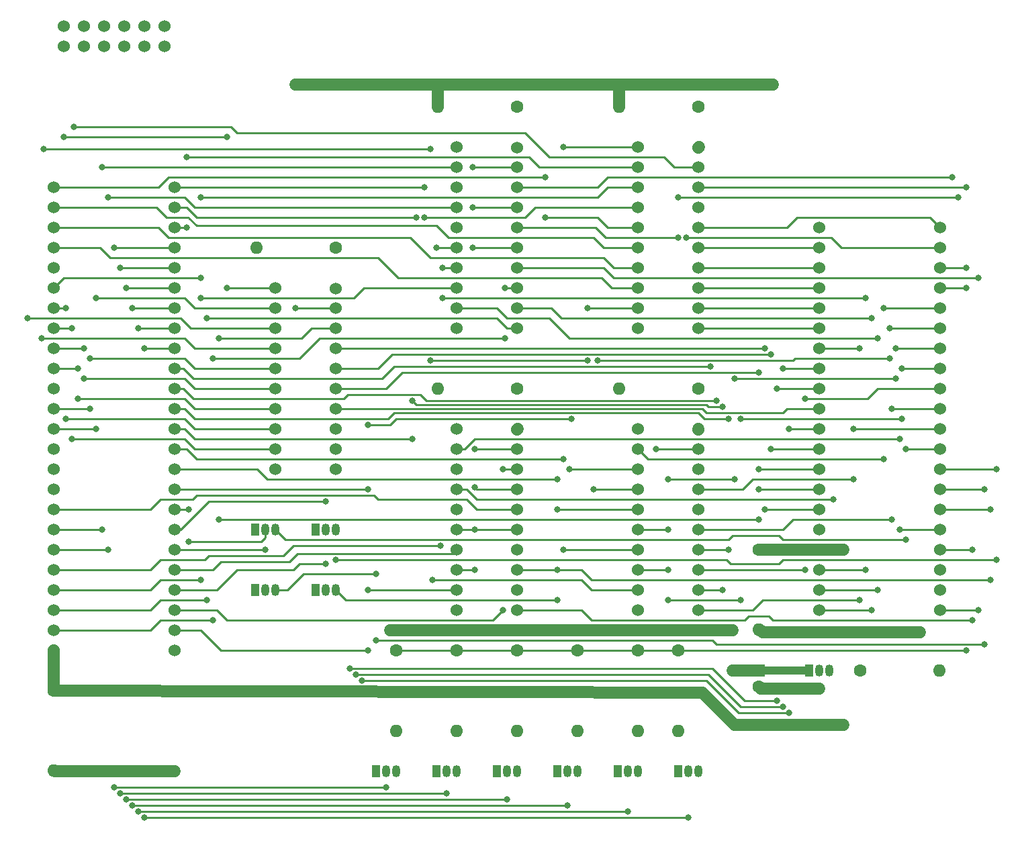
<source format=gbr>
%TF.GenerationSoftware,KiCad,Pcbnew,7.0.9*%
%TF.CreationDate,2024-11-06T00:13:14-07:00*%
%TF.ProjectId,Though_Hole_Single_Xilinx,54686f75-6768-45f4-986f-6c655f53696e,rev?*%
%TF.SameCoordinates,Original*%
%TF.FileFunction,Copper,L1,Top*%
%TF.FilePolarity,Positive*%
%FSLAX46Y46*%
G04 Gerber Fmt 4.6, Leading zero omitted, Abs format (unit mm)*
G04 Created by KiCad (PCBNEW 7.0.9) date 2024-11-06 00:13:14*
%MOMM*%
%LPD*%
G01*
G04 APERTURE LIST*
%TA.AperFunction,ComponentPad*%
%ADD10C,1.600000*%
%TD*%
%TA.AperFunction,ComponentPad*%
%ADD11O,1.600000X1.600000*%
%TD*%
%TA.AperFunction,ComponentPad*%
%ADD12R,1.600000X1.600000*%
%TD*%
%TA.AperFunction,ComponentPad*%
%ADD13C,1.524000*%
%TD*%
%TA.AperFunction,ComponentPad*%
%ADD14R,1.050000X1.500000*%
%TD*%
%TA.AperFunction,ComponentPad*%
%ADD15O,1.050000X1.500000*%
%TD*%
%TA.AperFunction,ViaPad*%
%ADD16C,0.800000*%
%TD*%
%TA.AperFunction,Conductor*%
%ADD17C,1.524000*%
%TD*%
%TA.AperFunction,Conductor*%
%ADD18C,0.250000*%
%TD*%
%TA.AperFunction,Conductor*%
%ADD19C,1.016000*%
%TD*%
G04 APERTURE END LIST*
D10*
%TO.P,C9,1*%
%TO.N,+5V*%
X134620000Y-142240000D03*
D11*
%TO.P,C9,2*%
%TO.N,GND*%
X134620000Y-152240000D03*
%TD*%
D10*
%TO.P,R1,1*%
%TO.N,AUDIO*%
X213360000Y-137160000D03*
D11*
%TO.P,R1,2*%
%TO.N,Net-(Q1-D)*%
X213360000Y-147320000D03*
%TD*%
D10*
%TO.P,R6,1*%
%TO.N,AUDIO*%
X177800000Y-137160000D03*
D11*
%TO.P,R6,2*%
%TO.N,Net-(Q6-D)*%
X177800000Y-147320000D03*
%TD*%
%TO.P,R5,2*%
%TO.N,Net-(Q5-D)*%
X185420000Y-147320000D03*
D10*
%TO.P,R5,1*%
%TO.N,AUDIO*%
X185420000Y-137160000D03*
%TD*%
%TO.P,R4,1*%
%TO.N,AUDIO*%
X193040000Y-137160000D03*
D11*
%TO.P,R4,2*%
%TO.N,Net-(Q4-D)*%
X193040000Y-147320000D03*
%TD*%
%TO.P,R3,2*%
%TO.N,Net-(Q3-D)*%
X200660000Y-147320000D03*
D10*
%TO.P,R3,1*%
%TO.N,AUDIO*%
X200660000Y-137160000D03*
%TD*%
%TO.P,R2,1*%
%TO.N,AUDIO*%
X208280000Y-137160000D03*
D11*
%TO.P,R2,2*%
%TO.N,Net-(Q2-D)*%
X208280000Y-147320000D03*
%TD*%
D12*
%TO.P,C2,1*%
%TO.N,+3.3V*%
X223520000Y-139700000D03*
D10*
%TO.P,C2,2*%
%TO.N,GND*%
X223520000Y-141700000D03*
%TD*%
D13*
%TO.P,U6,1,1~{OE}*%
%TO.N,GND*%
X185420000Y-109220000D03*
%TO.P,U6,2,1A1*%
%TO.N,~{KR1}*%
X185420000Y-111760000D03*
%TO.P,U6,3,2Y4*%
%TO.N,unconnected-(U6-2Y4-Pad3)*%
X185420000Y-114300000D03*
%TO.P,U6,4,1A2*%
%TO.N,~{KR2}*%
X185420000Y-116840000D03*
%TO.P,U6,5,2Y3*%
%TO.N,unconnected-(U6-2Y3-Pad5)*%
X185420000Y-119380000D03*
%TO.P,U6,6,1A3*%
%TO.N,GND*%
X185420000Y-121920000D03*
%TO.P,U6,7,2Y2*%
%TO.N,_BCLKI*%
X185420000Y-124460000D03*
%TO.P,U6,8,1A4*%
%TO.N,GND*%
X185420000Y-127000000D03*
%TO.P,U6,9,2Y1*%
%TO.N,_SID*%
X185420000Y-129540000D03*
%TO.P,U6,10,GND*%
%TO.N,GND*%
X185420000Y-132080000D03*
%TO.P,U6,11,2A1*%
%TO.N,SID*%
X193040000Y-132080000D03*
%TO.P,U6,12,1Y4*%
%TO.N,unconnected-(U6-1Y4-Pad12)*%
X193040000Y-129540000D03*
%TO.P,U6,13,2A2*%
%TO.N,BCLK*%
X193040000Y-127000000D03*
%TO.P,U6,14,1Y3*%
%TO.N,unconnected-(U6-1Y3-Pad14)*%
X193040000Y-124460000D03*
%TO.P,U6,15,2A3*%
%TO.N,GND*%
X193040000Y-121920000D03*
%TO.P,U6,16,1Y2*%
%TO.N,_~{KR2}*%
X193040000Y-119380000D03*
%TO.P,U6,17,2A4*%
%TO.N,GND*%
X193040000Y-116840000D03*
%TO.P,U6,18,1Y1*%
%TO.N,_~{KR1}*%
X193040000Y-114300000D03*
%TO.P,U6,19,2~{OE}*%
%TO.N,GND*%
X193040000Y-111760000D03*
%TO.P,U6,20,VCC*%
%TO.N,+3.3V*%
X193040000Y-109260000D03*
%TD*%
%TO.P,U5,1,1~{OE}*%
%TO.N,GND*%
X185420000Y-73660000D03*
%TO.P,U5,2,1A1*%
%TO.N,_~{K0}*%
X185420000Y-76200000D03*
%TO.P,U5,3,2Y4*%
%TO.N,unconnected-(U5-2Y4-Pad3)*%
X185420000Y-78740000D03*
%TO.P,U5,4,1A2*%
%TO.N,_~{K1}*%
X185420000Y-81280000D03*
%TO.P,U5,5,2Y3*%
%TO.N,unconnected-(U5-2Y3-Pad5)*%
X185420000Y-83820000D03*
%TO.P,U5,6,1A3*%
%TO.N,_~{K2}*%
X185420000Y-86360000D03*
%TO.P,U5,7,2Y2*%
%TO.N,~{K5}*%
X185420000Y-88900000D03*
%TO.P,U5,8,1A4*%
%TO.N,_~{K3}*%
X185420000Y-91440000D03*
%TO.P,U5,9,2Y1*%
%TO.N,~{K4}*%
X185420000Y-93980000D03*
%TO.P,U5,10,GND*%
%TO.N,GND*%
X185420000Y-96520000D03*
%TO.P,U5,11,2A1*%
%TO.N,_~{K4}*%
X193040000Y-96520000D03*
%TO.P,U5,12,1Y4*%
%TO.N,~{K3}*%
X193040000Y-93980000D03*
%TO.P,U5,13,2A2*%
%TO.N,_~{K5}*%
X193040000Y-91440000D03*
%TO.P,U5,14,1Y3*%
%TO.N,~{K2}*%
X193040000Y-88900000D03*
%TO.P,U5,15,2A3*%
%TO.N,GND*%
X193040000Y-86360000D03*
%TO.P,U5,16,1Y2*%
%TO.N,~{K1}*%
X193040000Y-83820000D03*
%TO.P,U5,17,2A4*%
%TO.N,GND*%
X193040000Y-81280000D03*
%TO.P,U5,18,1Y1*%
%TO.N,~{K0}*%
X193040000Y-78740000D03*
%TO.P,U5,19,2~{OE}*%
%TO.N,GND*%
X193040000Y-76200000D03*
%TO.P,U5,20,VCC*%
%TO.N,+3.3V*%
X193040000Y-73700000D03*
%TD*%
%TO.P,U4,20,VCC*%
%TO.N,+3.3V*%
X215900000Y-109260000D03*
%TO.P,U4,19,2~{OE}*%
%TO.N,GND*%
X215900000Y-111760000D03*
%TO.P,U4,18,1Y1*%
%TO.N,_A0*%
X215900000Y-114300000D03*
%TO.P,U4,17,2A4*%
%TO.N,~{CS0}*%
X215900000Y-116840000D03*
%TO.P,U4,16,1Y2*%
%TO.N,_A1*%
X215900000Y-119380000D03*
%TO.P,U4,15,2A3*%
%TO.N,CS1*%
X215900000Y-121920000D03*
%TO.P,U4,14,1Y3*%
%TO.N,_A2*%
X215900000Y-124460000D03*
%TO.P,U4,13,2A2*%
%TO.N,R{slash}W*%
X215900000Y-127000000D03*
%TO.P,U4,12,1Y4*%
%TO.N,_A3*%
X215900000Y-129540000D03*
%TO.P,U4,11,2A1*%
%TO.N,PHI2*%
X215900000Y-132080000D03*
%TO.P,U4,10,GND*%
%TO.N,GND*%
X208280000Y-132080000D03*
%TO.P,U4,9,2Y1*%
%TO.N,_PHI2*%
X208280000Y-129540000D03*
%TO.P,U4,8,1A4*%
%TO.N,A3*%
X208280000Y-127000000D03*
%TO.P,U4,7,2Y2*%
%TO.N,_R{slash}W*%
X208280000Y-124460000D03*
%TO.P,U4,6,1A3*%
%TO.N,A2*%
X208280000Y-121920000D03*
%TO.P,U4,5,2Y3*%
%TO.N,_CS1*%
X208280000Y-119380000D03*
%TO.P,U4,4,1A2*%
%TO.N,A1*%
X208280000Y-116840000D03*
%TO.P,U4,3,2Y4*%
%TO.N,_~{CS0}*%
X208280000Y-114300000D03*
%TO.P,U4,2,1A1*%
%TO.N,A0*%
X208280000Y-111760000D03*
%TO.P,U4,1,1~{OE}*%
%TO.N,GND*%
X208280000Y-109220000D03*
%TD*%
%TO.P,U3,1,A->B*%
%TO.N,_DUMP*%
X162560000Y-91440000D03*
%TO.P,U3,2,A0*%
%TO.N,_P0*%
X162560000Y-93980000D03*
%TO.P,U3,3,A1*%
%TO.N,_P1*%
X162560000Y-96520000D03*
%TO.P,U3,4,A2*%
%TO.N,_P2*%
X162560000Y-99060000D03*
%TO.P,U3,5,A3*%
%TO.N,_P3*%
X162560000Y-101600000D03*
%TO.P,U3,6,A4*%
%TO.N,_P4*%
X162560000Y-104140000D03*
%TO.P,U3,7,A5*%
%TO.N,_P5*%
X162560000Y-106680000D03*
%TO.P,U3,8,A6*%
%TO.N,_P6*%
X162560000Y-109220000D03*
%TO.P,U3,9,A7*%
%TO.N,_P7*%
X162560000Y-111760000D03*
%TO.P,U3,10,GND*%
%TO.N,GND*%
X162560000Y-114300000D03*
%TO.P,U3,11,B7*%
%TO.N,P7*%
X170180000Y-114300000D03*
%TO.P,U3,12,B6*%
%TO.N,P6*%
X170180000Y-111760000D03*
%TO.P,U3,13,B5*%
%TO.N,P5*%
X170180000Y-109220000D03*
%TO.P,U3,14,B4*%
%TO.N,P4*%
X170180000Y-106680000D03*
%TO.P,U3,15,B3*%
%TO.N,P3*%
X170180000Y-104140000D03*
%TO.P,U3,16,B2*%
%TO.N,P2*%
X170180000Y-101600000D03*
%TO.P,U3,17,B1*%
%TO.N,P1*%
X170180000Y-99060000D03*
%TO.P,U3,18,B0*%
%TO.N,P0*%
X170180000Y-96520000D03*
%TO.P,U3,19,CE*%
%TO.N,GND*%
X170180000Y-93980000D03*
%TO.P,U3,20,VCC*%
%TO.N,+3.3V*%
X170180000Y-91480000D03*
%TD*%
%TO.P,U2,1,A->B*%
%TO.N,_R{slash}W*%
X208280000Y-73660000D03*
%TO.P,U2,2,A0*%
%TO.N,_D0*%
X208280000Y-76200000D03*
%TO.P,U2,3,A1*%
%TO.N,_D1*%
X208280000Y-78740000D03*
%TO.P,U2,4,A2*%
%TO.N,_D2*%
X208280000Y-81280000D03*
%TO.P,U2,5,A3*%
%TO.N,_D3*%
X208280000Y-83820000D03*
%TO.P,U2,6,A4*%
%TO.N,_D4*%
X208280000Y-86360000D03*
%TO.P,U2,7,A5*%
%TO.N,_D5*%
X208280000Y-88900000D03*
%TO.P,U2,8,A6*%
%TO.N,_D6*%
X208280000Y-91440000D03*
%TO.P,U2,9,A7*%
%TO.N,_D7*%
X208280000Y-93980000D03*
%TO.P,U2,10,GND*%
%TO.N,GND*%
X208280000Y-96520000D03*
%TO.P,U2,11,B7*%
%TO.N,D7*%
X215900000Y-96520000D03*
%TO.P,U2,12,B6*%
%TO.N,D6*%
X215900000Y-93980000D03*
%TO.P,U2,13,B5*%
%TO.N,D5*%
X215900000Y-91440000D03*
%TO.P,U2,14,B4*%
%TO.N,D4*%
X215900000Y-88900000D03*
%TO.P,U2,15,B3*%
%TO.N,D3*%
X215900000Y-86360000D03*
%TO.P,U2,16,B2*%
%TO.N,D2*%
X215900000Y-83820000D03*
%TO.P,U2,17,B1*%
%TO.N,D1*%
X215900000Y-81280000D03*
%TO.P,U2,18,B0*%
%TO.N,D0*%
X215900000Y-78740000D03*
%TO.P,U2,19,CE*%
%TO.N,~{_EN}*%
X215900000Y-76200000D03*
%TO.P,U2,20,VCC*%
%TO.N,+3.3V*%
X215900000Y-73700000D03*
%TD*%
D14*
%TO.P,U1,1,VO*%
%TO.N,+3.3V*%
X229870000Y-139700000D03*
D15*
%TO.P,U1,2,GND*%
%TO.N,GND*%
X231140000Y-139700000D03*
%TO.P,U1,3,VI*%
%TO.N,+5V*%
X232410000Y-139700000D03*
%TD*%
D14*
%TO.P,Q10,1,S*%
%TO.N,GND*%
X167640000Y-129540000D03*
D15*
%TO.P,Q10,2,G*%
%TO.N,_BCLKO*%
X168910000Y-129540000D03*
%TO.P,Q10,3,D*%
%TO.N,BCLK*%
X170180000Y-129540000D03*
%TD*%
D14*
%TO.P,Q9,1,S*%
%TO.N,GND*%
X160020000Y-121920000D03*
D15*
%TO.P,Q9,2,G*%
%TO.N,_~{IRQ}*%
X161290000Y-121920000D03*
%TO.P,Q9,3,D*%
%TO.N,~{IRQ}*%
X162560000Y-121920000D03*
%TD*%
D14*
%TO.P,Q8,1,S*%
%TO.N,GND*%
X160020000Y-129540000D03*
D15*
%TO.P,Q8,2,G*%
%TO.N,_OCLK*%
X161290000Y-129540000D03*
%TO.P,Q8,3,D*%
%TO.N,OCLK*%
X162560000Y-129540000D03*
%TD*%
D14*
%TO.P,Q7,1,S*%
%TO.N,GND*%
X167640000Y-121920000D03*
D15*
%TO.P,Q7,2,G*%
%TO.N,_SOD*%
X168910000Y-121920000D03*
%TO.P,Q7,3,D*%
%TO.N,SOD*%
X170180000Y-121920000D03*
%TD*%
D14*
%TO.P,Q6,1,S*%
%TO.N,GND*%
X175260000Y-152400000D03*
D15*
%TO.P,Q6,2,G*%
%TO.N,_AUDIO0*%
X176530000Y-152400000D03*
%TO.P,Q6,3,D*%
%TO.N,Net-(Q6-D)*%
X177800000Y-152400000D03*
%TD*%
D14*
%TO.P,Q5,1,S*%
%TO.N,GND*%
X182880000Y-152400000D03*
D15*
%TO.P,Q5,2,G*%
%TO.N,_AUDIO1*%
X184150000Y-152400000D03*
%TO.P,Q5,3,D*%
%TO.N,Net-(Q5-D)*%
X185420000Y-152400000D03*
%TD*%
D14*
%TO.P,Q4,1,S*%
%TO.N,GND*%
X190500000Y-152400000D03*
D15*
%TO.P,Q4,2,G*%
%TO.N,_AUDIO2*%
X191770000Y-152400000D03*
%TO.P,Q4,3,D*%
%TO.N,Net-(Q4-D)*%
X193040000Y-152400000D03*
%TD*%
D14*
%TO.P,Q3,1,S*%
%TO.N,GND*%
X198120000Y-152400000D03*
D15*
%TO.P,Q3,2,G*%
%TO.N,_AUDIO3*%
X199390000Y-152400000D03*
%TO.P,Q3,3,D*%
%TO.N,Net-(Q3-D)*%
X200660000Y-152400000D03*
%TD*%
D14*
%TO.P,Q2,1,S*%
%TO.N,GND*%
X205740000Y-152400000D03*
D15*
%TO.P,Q2,2,G*%
%TO.N,_AUDIO4*%
X207010000Y-152400000D03*
%TO.P,Q2,3,D*%
%TO.N,Net-(Q2-D)*%
X208280000Y-152400000D03*
%TD*%
D14*
%TO.P,Q1,1,S*%
%TO.N,GND*%
X213360000Y-152400000D03*
D15*
%TO.P,Q1,2,G*%
%TO.N,_AUDIO5*%
X214630000Y-152400000D03*
%TO.P,Q1,3,D*%
%TO.N,Net-(Q1-D)*%
X215900000Y-152400000D03*
%TD*%
D13*
%TO.P,J3,12,V*%
%TO.N,unconnected-(J3-V-Pad12)*%
X148590000Y-58358500D03*
%TO.P,J3,11,G*%
%TO.N,GND*%
X146050000Y-58358500D03*
%TO.P,J3,10,JA10*%
%TO.N,unconnected-(J3-JA10-Pad10)*%
X143510000Y-58358500D03*
%TO.P,J3,9,JA9*%
%TO.N,unconnected-(J3-JA9-Pad9)*%
X140970000Y-58358500D03*
%TO.P,J3,8,JA8*%
%TO.N,unconnected-(J3-JA8-Pad8)*%
X138430000Y-58358500D03*
%TO.P,J3,7,JA7*%
%TO.N,~{_EN}*%
X135890000Y-58358500D03*
%TO.P,J3,6,V*%
%TO.N,unconnected-(J3-V-Pad6)*%
X148590000Y-60898500D03*
%TO.P,J3,5,G*%
%TO.N,GND*%
X146050000Y-60898500D03*
%TO.P,J3,4,JA4*%
%TO.N,unconnected-(J3-JA4-Pad4)*%
X143510000Y-60898500D03*
%TO.P,J3,3,JA3*%
%TO.N,unconnected-(J3-JA3-Pad3)*%
X140970000Y-60898500D03*
%TO.P,J3,2,JA2*%
%TO.N,unconnected-(J3-JA2-Pad2)*%
X138430000Y-60898500D03*
%TO.P,J3,1,JA1*%
%TO.N,_DUMP*%
X135890000Y-60898500D03*
%TD*%
%TO.P,J2,1,PIO01*%
%TO.N,_D3*%
X134620000Y-78740000D03*
%TO.P,J2,2,PIO02*%
%TO.N,_D4*%
X134620000Y-81280000D03*
%TO.P,J2,3,PIO03*%
%TO.N,_D5*%
X134620000Y-83820000D03*
%TO.P,J2,4,PIO04*%
%TO.N,_D6*%
X134620000Y-86360000D03*
%TO.P,J2,5,PIO05*%
%TO.N,_D7*%
X134620000Y-88900000D03*
%TO.P,J2,6,PIO06*%
%TO.N,_D1*%
X134620000Y-91440000D03*
%TO.P,J2,7,PIO07*%
%TO.N,_P6*%
X134620000Y-93980000D03*
%TO.P,J2,8,PIO08*%
%TO.N,_P7*%
X134620000Y-96520000D03*
%TO.P,J2,9,PIO09*%
%TO.N,_P4*%
X134620000Y-99060000D03*
%TO.P,J2,10,PIO10*%
%TO.N,_P5*%
X134620000Y-101600000D03*
%TO.P,J2,11,PIO11*%
%TO.N,_P2*%
X134620000Y-104140000D03*
%TO.P,J2,12,PIO12*%
%TO.N,_P3*%
X134620000Y-106680000D03*
%TO.P,J2,13,PIO13*%
%TO.N,_P0*%
X134620000Y-109220000D03*
%TO.P,J2,14,PIO14*%
%TO.N,_P1*%
X134620000Y-111760000D03*
%TO.P,J2,15,AIN15*%
%TO.N,unconnected-(J2-AIN15-Pad15)*%
X134620000Y-114300000D03*
%TO.P,J2,16,AIN16*%
%TO.N,unconnected-(J2-AIN16-Pad16)*%
X134620000Y-116840000D03*
%TO.P,J2,17,PIO17*%
%TO.N,_~{KR2}*%
X134620000Y-119380000D03*
%TO.P,J2,18,PIO18*%
%TO.N,_~{K0}*%
X134620000Y-121920000D03*
%TO.P,J2,19,PIO19*%
%TO.N,_~{K1}*%
X134620000Y-124460000D03*
%TO.P,J2,20,PIO20*%
%TO.N,_~{K2}*%
X134620000Y-127000000D03*
%TO.P,J2,21,PIO21*%
%TO.N,_~{K3}*%
X134620000Y-129540000D03*
%TO.P,J2,22,PIO22*%
%TO.N,_~{K4}*%
X134620000Y-132080000D03*
%TO.P,J2,23,PIO23*%
%TO.N,_~{K5}*%
X134620000Y-134620000D03*
%TO.P,J2,24,VU*%
%TO.N,+5V*%
X134620000Y-137160000D03*
%TO.P,J2,25,GND*%
%TO.N,GND*%
X149860000Y-137160000D03*
%TO.P,J2,26,PIO26*%
%TO.N,_SID*%
X149860000Y-134620000D03*
%TO.P,J2,27,PIO27*%
%TO.N,_~{KR1}*%
X149860000Y-132080000D03*
%TO.P,J2,28,PIO28*%
%TO.N,_BCLKO*%
X149860000Y-129540000D03*
%TO.P,J2,29,PIO29*%
%TO.N,_BCLKI*%
X149860000Y-127000000D03*
%TO.P,J2,30,PIO30*%
%TO.N,_OCLK*%
X149860000Y-124460000D03*
%TO.P,J2,31,PIO31*%
%TO.N,_SOD*%
X149860000Y-121920000D03*
%TO.P,J2,32,PIO32*%
%TO.N,_~{IRQ}*%
X149860000Y-119380000D03*
%TO.P,J2,33,PIO33*%
%TO.N,_~{CS0}*%
X149860000Y-116840000D03*
%TO.P,J2,34,PIO34*%
%TO.N,_CS1*%
X149860000Y-114300000D03*
%TO.P,J2,35,PIO35*%
%TO.N,_R{slash}W*%
X149860000Y-111760000D03*
%TO.P,J2,36,PIO36*%
%TO.N,_A3*%
X149860000Y-109220000D03*
%TO.P,J2,37,PIO37*%
%TO.N,_A2*%
X149860000Y-106680000D03*
%TO.P,J2,38,PIO38*%
%TO.N,_A1*%
X149860000Y-104140000D03*
%TO.P,J2,39,PIO39*%
%TO.N,_A0*%
X149860000Y-101600000D03*
%TO.P,J2,40,PIO40*%
%TO.N,_AUDIO5*%
X149860000Y-99060000D03*
%TO.P,J2,41,PIO41*%
%TO.N,_AUDIO4*%
X149860000Y-96520000D03*
%TO.P,J2,42,PIO42*%
%TO.N,_AUDIO3*%
X149860000Y-93980000D03*
%TO.P,J2,43,PIO43*%
%TO.N,_AUDIO2*%
X149860000Y-91440000D03*
%TO.P,J2,44,PIO44*%
%TO.N,_AUDIO1*%
X149860000Y-88900000D03*
%TO.P,J2,45,PIO45*%
%TO.N,_AUDIO0*%
X149860000Y-86360000D03*
%TO.P,J2,46,PIO46*%
%TO.N,_D0*%
X149860000Y-83820000D03*
%TO.P,J2,47,PIO47*%
%TO.N,_PHI2*%
X149860000Y-81280000D03*
%TO.P,J2,48,PIO48*%
%TO.N,_D2*%
X149860000Y-78740000D03*
%TD*%
%TO.P,J1,1,GND*%
%TO.N,GND*%
X231140000Y-83820000D03*
%TO.P,J1,2,D3*%
%TO.N,D3*%
X231140000Y-86360000D03*
%TO.P,J1,3,D4*%
%TO.N,D4*%
X231140000Y-88900000D03*
%TO.P,J1,4,D5*%
%TO.N,D5*%
X231140000Y-91440000D03*
%TO.P,J1,5,D6*%
%TO.N,D6*%
X231140000Y-93980000D03*
%TO.P,J1,6,D7*%
%TO.N,D7*%
X231140000Y-96520000D03*
%TO.P,J1,7,PHI2*%
%TO.N,PHI2*%
X231140000Y-99060000D03*
%TO.P,J1,8,P6*%
%TO.N,P6*%
X231140000Y-101600000D03*
%TO.P,J1,9,P7*%
%TO.N,P7*%
X231140000Y-104140000D03*
%TO.P,J1,10,P4*%
%TO.N,P4*%
X231140000Y-106680000D03*
%TO.P,J1,11,P5*%
%TO.N,P5*%
X231140000Y-109220000D03*
%TO.P,J1,12,P2*%
%TO.N,P2*%
X231140000Y-111760000D03*
%TO.P,J1,13,P3*%
%TO.N,P3*%
X231140000Y-114300000D03*
%TO.P,J1,14,P0*%
%TO.N,P0*%
X231140000Y-116840000D03*
%TO.P,J1,15,P1*%
%TO.N,P1*%
X231140000Y-119380000D03*
%TO.P,J1,16,~{KR2}*%
%TO.N,~{KR2}*%
X231140000Y-121920000D03*
%TO.P,J1,17,+5V*%
%TO.N,+5V*%
X231140000Y-124460000D03*
%TO.P,J1,18,~{K5}*%
%TO.N,~{K5}*%
X231140000Y-127000000D03*
%TO.P,J1,19,~{K4}*%
%TO.N,~{K4}*%
X231140000Y-129540000D03*
%TO.P,J1,20,~{K3}*%
%TO.N,~{K3}*%
X231140000Y-132080000D03*
%TO.P,J1,21,~{K2}*%
%TO.N,~{K2}*%
X246380000Y-132080000D03*
%TO.P,J1,22,~{K1}*%
%TO.N,~{K1}*%
X246380000Y-129540000D03*
%TO.P,J1,23,~{K0}*%
%TO.N,~{K0}*%
X246380000Y-127000000D03*
%TO.P,J1,24,SID*%
%TO.N,SID*%
X246380000Y-124460000D03*
%TO.P,J1,25,~{KR1}*%
%TO.N,~{KR1}*%
X246380000Y-121920000D03*
%TO.P,J1,26,BCLK*%
%TO.N,BCLK*%
X246380000Y-119380000D03*
%TO.P,J1,27,OCLK*%
%TO.N,OCLK*%
X246380000Y-116840000D03*
%TO.P,J1,28,SOD*%
%TO.N,SOD*%
X246380000Y-114300000D03*
%TO.P,J1,29,~{IRQ}*%
%TO.N,~{IRQ}*%
X246380000Y-111760000D03*
%TO.P,J1,30,~{CS0}*%
%TO.N,~{CS0}*%
X246380000Y-109220000D03*
%TO.P,J1,31,CS1*%
%TO.N,CS1*%
X246380000Y-106680000D03*
%TO.P,J1,32,R/W*%
%TO.N,R{slash}W*%
X246380000Y-104140000D03*
%TO.P,J1,33,A3*%
%TO.N,A3*%
X246380000Y-101600000D03*
%TO.P,J1,34,A2*%
%TO.N,A2*%
X246380000Y-99060000D03*
%TO.P,J1,35,A1*%
%TO.N,A1*%
X246380000Y-96520000D03*
%TO.P,J1,36,A0*%
%TO.N,A0*%
X246380000Y-93980000D03*
%TO.P,J1,37,AUDIO*%
%TO.N,AUDIO*%
X246380000Y-91440000D03*
%TO.P,J1,38,D0*%
%TO.N,D0*%
X246380000Y-88900000D03*
%TO.P,J1,39,D1*%
%TO.N,D1*%
X246380000Y-86360000D03*
%TO.P,J1,40,D2*%
%TO.N,D2*%
X246380000Y-83820000D03*
%TD*%
D10*
%TO.P,C8,1*%
%TO.N,+5V*%
X223520000Y-124460000D03*
D11*
%TO.P,C8,2*%
%TO.N,GND*%
X223520000Y-134460000D03*
%TD*%
D10*
%TO.P,C7,1*%
%TO.N,+3.3V*%
X193040000Y-68580000D03*
D11*
%TO.P,C7,2*%
%TO.N,GND*%
X183040000Y-68580000D03*
%TD*%
D10*
%TO.P,C6,1*%
%TO.N,+3.3V*%
X215900000Y-68580000D03*
D11*
%TO.P,C6,2*%
%TO.N,GND*%
X205900000Y-68580000D03*
%TD*%
D10*
%TO.P,C5,1*%
%TO.N,+3.3V*%
X215900000Y-104140000D03*
D11*
%TO.P,C5,2*%
%TO.N,GND*%
X205900000Y-104140000D03*
%TD*%
D10*
%TO.P,C4,1*%
%TO.N,+3.3V*%
X193040000Y-104140000D03*
D11*
%TO.P,C4,2*%
%TO.N,GND*%
X183040000Y-104140000D03*
%TD*%
D10*
%TO.P,C3,1*%
%TO.N,+3.3V*%
X170180000Y-86360000D03*
D11*
%TO.P,C3,2*%
%TO.N,GND*%
X160180000Y-86360000D03*
%TD*%
D10*
%TO.P,C1,1*%
%TO.N,+5V*%
X236300000Y-139700000D03*
D11*
%TO.P,C1,2*%
%TO.N,GND*%
X246300000Y-139700000D03*
%TD*%
D16*
%TO.N,GND*%
X149860000Y-152400000D03*
X225298000Y-65786000D03*
X165100000Y-65786000D03*
%TO.N,+3.3V*%
X177038000Y-134620000D03*
%TO.N,~{_EN}*%
X137160000Y-71120000D03*
%TO.N,_DUMP*%
X135890000Y-72390000D03*
%TO.N,OCLK*%
X175260000Y-127508000D03*
%TO.N,_~{IRQ}*%
X151638000Y-123444000D03*
X151638000Y-119380000D03*
%TO.N,GND*%
X165100000Y-93980000D03*
%TO.N,_DUMP*%
X156464000Y-91440000D03*
%TO.N,GND*%
X210566000Y-111760000D03*
%TO.N,A2*%
X212090000Y-121920000D03*
%TO.N,A3*%
X212090000Y-127000000D03*
%TO.N,D0*%
X249682000Y-88900000D03*
%TO.N,GND*%
X243840000Y-134874000D03*
%TO.N,OCLK*%
X251968000Y-116840000D03*
%TO.N,GND*%
X231140000Y-141986000D03*
X231140000Y-134874000D03*
%TO.N,P0*%
X155448000Y-97790000D03*
%TO.N,+5V*%
X234188000Y-124460000D03*
%TO.N,GND*%
X187452000Y-65786000D03*
X210566000Y-65786000D03*
%TO.N,_~{CS0}*%
X199898000Y-107950000D03*
X174244000Y-108712000D03*
%TO.N,GND*%
X187706000Y-111760000D03*
X187706000Y-121920000D03*
X187706000Y-127000000D03*
X187706000Y-116586000D03*
%TO.N,BCLK*%
X198120000Y-127000000D03*
%TO.N,GND*%
X187452000Y-86360000D03*
X187452000Y-76200000D03*
X187452000Y-81280000D03*
%TO.N,_D3*%
X196596000Y-82550000D03*
%TO.N,+3.3V*%
X220218000Y-139700000D03*
X220218000Y-134620000D03*
X196596000Y-134620000D03*
X213614000Y-134620000D03*
%TO.N,+5V*%
X234188000Y-146558000D03*
%TO.N,CS1*%
X240284000Y-106680000D03*
X240284000Y-120650000D03*
%TO.N,~{CS0}*%
X235458000Y-109220000D03*
X235458000Y-115570000D03*
%TO.N,A3*%
X241554000Y-101600000D03*
X241554000Y-107950000D03*
X221234000Y-107950000D03*
X221234000Y-130810000D03*
X212090000Y-130810000D03*
%TO.N,A2*%
X240792000Y-99060000D03*
X240792000Y-102870000D03*
X220472000Y-102870000D03*
X220472000Y-115570000D03*
X212090000Y-115570000D03*
%TO.N,A1*%
X240030000Y-96520000D03*
X240030000Y-100330000D03*
X203200000Y-100584000D03*
X202692000Y-116840000D03*
%TO.N,A0*%
X239268000Y-93980000D03*
X239268000Y-113030000D03*
%TO.N,R{slash}W*%
X229362000Y-105410000D03*
X229362000Y-127000000D03*
%TO.N,~{KR2}*%
X232918000Y-118110000D03*
%TO.N,~{KR1}*%
X241300000Y-121920000D03*
X241300000Y-110490000D03*
%TO.N,P5*%
X227330000Y-109220000D03*
%TO.N,P6*%
X226568000Y-101600000D03*
%TO.N,P5*%
X227330000Y-145034000D03*
%TO.N,P6*%
X226568000Y-144272000D03*
%TO.N,P7*%
X225806000Y-104140000D03*
X225806000Y-143510000D03*
X171958000Y-139446000D03*
%TO.N,P6*%
X172720000Y-140208000D03*
%TO.N,P5*%
X173482000Y-140970000D03*
%TO.N,P3*%
X223520000Y-114300000D03*
X223520000Y-102108000D03*
%TO.N,P2*%
X225044000Y-111760000D03*
X225044000Y-99822000D03*
%TO.N,P1*%
X224282000Y-119380000D03*
X224282000Y-99060000D03*
%TO.N,~{K4}*%
X238506000Y-129540000D03*
X238506000Y-97790000D03*
%TO.N,~{K3}*%
X237744000Y-132080000D03*
X237744000Y-95250000D03*
%TO.N,~{K5}*%
X236982000Y-127000000D03*
X236982000Y-92710000D03*
X183642000Y-92710000D03*
X183642000Y-88900000D03*
%TO.N,~{K2}*%
X251206000Y-132080000D03*
X251206000Y-90170000D03*
%TO.N,PHI2*%
X236220000Y-99060000D03*
X236220000Y-130810000D03*
%TO.N,P0*%
X223520000Y-116840000D03*
X223520000Y-120650000D03*
X155448000Y-120650000D03*
%TO.N,SID*%
X250444000Y-124460000D03*
X250444000Y-133350000D03*
%TO.N,~{IRQ}*%
X242062000Y-111760000D03*
X242062000Y-123190000D03*
%TO.N,SOD*%
X253492000Y-114300000D03*
X253492000Y-125730000D03*
X170180000Y-125730000D03*
%TO.N,BCLK*%
X252730000Y-119380000D03*
X252730000Y-128270000D03*
X198120000Y-130810000D03*
%TO.N,OCLK*%
X251968000Y-136398000D03*
X175260000Y-135890000D03*
%TO.N,_~{K5}*%
X191516000Y-97790000D03*
X191516000Y-91440000D03*
X154686000Y-100330000D03*
X154686000Y-133350000D03*
%TO.N,_~{K4}*%
X153924000Y-95250000D03*
X153924000Y-130810000D03*
%TO.N,_~{K3}*%
X153162000Y-128270000D03*
%TO.N,AUDIO*%
X249682000Y-137160000D03*
X249682000Y-91440000D03*
%TO.N,_~{K3}*%
X153162000Y-92710000D03*
%TO.N,_~{K2}*%
X182880000Y-86360000D03*
X183388000Y-123952000D03*
%TO.N,_~{KR1}*%
X191262000Y-114300000D03*
X191262000Y-132080000D03*
%TO.N,_SID*%
X174244000Y-137160000D03*
X174244000Y-129540000D03*
%TO.N,_A3*%
X218948000Y-129540000D03*
%TO.N,_A2*%
X219710000Y-124460000D03*
X219710000Y-107950000D03*
%TO.N,_A3*%
X218948000Y-106426000D03*
X179832000Y-105664000D03*
X179832000Y-110490000D03*
%TO.N,_A1*%
X218186000Y-105664000D03*
%TO.N,_A0*%
X217424000Y-101346000D03*
%TO.N,_R{slash}W*%
X198882000Y-73660000D03*
%TO.N,~{K1}*%
X248666000Y-80010000D03*
X213360000Y-80010000D03*
X213360000Y-85090000D03*
%TO.N,~{K0}*%
X247904000Y-77470000D03*
%TO.N,D0*%
X249682000Y-78740000D03*
%TO.N,D1*%
X214376000Y-85090000D03*
%TO.N,_BCLKO*%
X168910000Y-126238000D03*
%TO.N,_OCLK*%
X161290000Y-124460000D03*
%TO.N,_SOD*%
X168910000Y-118364000D03*
%TO.N,_~{CS0}*%
X199644000Y-114300000D03*
X174244000Y-116840000D03*
%TO.N,_CS1*%
X198120000Y-119380000D03*
X198120000Y-115570000D03*
%TO.N,_R{slash}W*%
X198882000Y-124460000D03*
X198882000Y-113030000D03*
%TO.N,_AUDIO5*%
X146050000Y-99060000D03*
%TO.N,_AUDIO4*%
X145288000Y-96520000D03*
%TO.N,_AUDIO3*%
X144526000Y-93980000D03*
%TO.N,_AUDIO5*%
X146050000Y-158242000D03*
%TO.N,_AUDIO4*%
X145288000Y-157480000D03*
%TO.N,_AUDIO5*%
X214630000Y-158242000D03*
%TO.N,_AUDIO4*%
X207010000Y-157480000D03*
%TO.N,_AUDIO3*%
X144526000Y-156718000D03*
X199390000Y-156718000D03*
%TO.N,_AUDIO2*%
X191770000Y-155956000D03*
X143764000Y-155956000D03*
X143764000Y-91440000D03*
%TO.N,_AUDIO1*%
X143002000Y-88900000D03*
X143002000Y-155194000D03*
X184150000Y-155194000D03*
%TO.N,_D7*%
X201930000Y-93980000D03*
X201930000Y-100584000D03*
X182118000Y-100584000D03*
X182118000Y-73914000D03*
X133350000Y-73914000D03*
%TO.N,_AUDIO0*%
X142240000Y-86360000D03*
X142240000Y-154432000D03*
X176530000Y-154432000D03*
%TO.N,_PHI2*%
X182372000Y-128270000D03*
X180340000Y-82550000D03*
%TO.N,_D2*%
X181356000Y-82550000D03*
X181356000Y-78740000D03*
%TO.N,_D1*%
X153162000Y-90170000D03*
X153162000Y-80010000D03*
%TO.N,_D3*%
X196596000Y-77470000D03*
%TO.N,_~{K1}*%
X141478000Y-124460000D03*
X141478000Y-80010000D03*
%TO.N,_~{K0}*%
X140716000Y-121920000D03*
X140716000Y-76200000D03*
%TO.N,_DUMP*%
X156464000Y-72390000D03*
%TO.N,_D0*%
X151384000Y-83820000D03*
X151384000Y-74930000D03*
%TO.N,_P0*%
X139954000Y-109220000D03*
X139954000Y-92710000D03*
%TO.N,_P1*%
X131318000Y-95250000D03*
%TO.N,_P2*%
X133096000Y-97790000D03*
%TO.N,_P3*%
X139192000Y-106680000D03*
X139192000Y-100330000D03*
%TO.N,_P4*%
X138430000Y-99060000D03*
X138430000Y-102870000D03*
%TO.N,_P5*%
X137668000Y-101600000D03*
X137668000Y-105410000D03*
%TO.N,_P6*%
X136144000Y-93980000D03*
%TO.N,_P7*%
X136906000Y-96520000D03*
X136906000Y-110490000D03*
%TO.N,_P6*%
X136144000Y-107950000D03*
%TD*%
D17*
%TO.N,GND*%
X134780000Y-152400000D02*
X134620000Y-152240000D01*
X149860000Y-152400000D02*
X134780000Y-152400000D01*
%TO.N,+5V*%
X134620000Y-142240000D02*
X134620000Y-137160000D01*
X216408000Y-142494000D02*
X220472000Y-146558000D01*
X220472000Y-146558000D02*
X234188000Y-146558000D01*
X134620000Y-142240000D02*
X216408000Y-142494000D01*
%TO.N,GND*%
X225298000Y-65786000D02*
X205994000Y-65786000D01*
X205994000Y-65786000D02*
X187452000Y-65786000D01*
X183134000Y-65786000D02*
X165100000Y-65786000D01*
X187452000Y-65786000D02*
X183134000Y-65786000D01*
X205900000Y-65880000D02*
X205994000Y-65786000D01*
X183040000Y-65880000D02*
X183134000Y-65786000D01*
%TO.N,+3.3V*%
X196596000Y-134620000D02*
X177038000Y-134620000D01*
D18*
%TO.N,_~{KR1}*%
X155194000Y-132080000D02*
X149860000Y-132080000D01*
X156464000Y-133350000D02*
X155194000Y-132080000D01*
X189992000Y-133350000D02*
X156464000Y-133350000D01*
X191262000Y-132080000D02*
X189992000Y-133350000D01*
%TO.N,P4*%
X226568000Y-107188000D02*
X227076000Y-106680000D01*
X227076000Y-106680000D02*
X231140000Y-106680000D01*
X216916000Y-107188000D02*
X226568000Y-107188000D01*
X170180000Y-106680000D02*
X216408000Y-106680000D01*
X216408000Y-106680000D02*
X216916000Y-107188000D01*
%TO.N,_A3*%
X152400000Y-110490000D02*
X151130000Y-109220000D01*
X179832000Y-110490000D02*
X152400000Y-110490000D01*
X151130000Y-109220000D02*
X149860000Y-109220000D01*
X180340000Y-106172000D02*
X179832000Y-105664000D01*
X216916000Y-106172000D02*
X180340000Y-106172000D01*
X217170000Y-106426000D02*
X216916000Y-106172000D01*
X218948000Y-106426000D02*
X217170000Y-106426000D01*
%TO.N,_A1*%
X180848000Y-104902000D02*
X181610000Y-105664000D01*
X171704000Y-104902000D02*
X180848000Y-104902000D01*
X171196000Y-105410000D02*
X171704000Y-104902000D01*
X152207630Y-105410000D02*
X171196000Y-105410000D01*
X150937630Y-104140000D02*
X152207630Y-105410000D01*
X149860000Y-104140000D02*
X150937630Y-104140000D01*
X181610000Y-105664000D02*
X218186000Y-105664000D01*
%TO.N,_PHI2*%
X202438000Y-129540000D02*
X208280000Y-129540000D01*
X201168000Y-128270000D02*
X202438000Y-129540000D01*
X182372000Y-128270000D02*
X201168000Y-128270000D01*
X152654000Y-82550000D02*
X151384000Y-81280000D01*
X180340000Y-82550000D02*
X152654000Y-82550000D01*
X151384000Y-81280000D02*
X149860000Y-81280000D01*
%TO.N,_D2*%
X149860000Y-78740000D02*
X181356000Y-78740000D01*
X195326000Y-81280000D02*
X208280000Y-81280000D01*
X181356000Y-82550000D02*
X194056000Y-82550000D01*
X194056000Y-82550000D02*
X195326000Y-81280000D01*
%TO.N,_D7*%
X133350000Y-73914000D02*
X182118000Y-73914000D01*
X182118000Y-100584000D02*
X201930000Y-100584000D01*
%TO.N,_D5*%
X182118000Y-87630000D02*
X179578000Y-85090000D01*
X203962000Y-87630000D02*
X182118000Y-87630000D01*
X205232000Y-88900000D02*
X203962000Y-87630000D01*
X149098000Y-85090000D02*
X147828000Y-83820000D01*
X208280000Y-88900000D02*
X205232000Y-88900000D01*
X179578000Y-85090000D02*
X149098000Y-85090000D01*
X147828000Y-83820000D02*
X134620000Y-83820000D01*
%TO.N,_~{K2}*%
X182880000Y-86360000D02*
X185420000Y-86360000D01*
X148082000Y-125730000D02*
X146812000Y-127000000D01*
X163576000Y-125222000D02*
X154178000Y-125222000D01*
X146812000Y-127000000D02*
X134620000Y-127000000D01*
X164846000Y-123952000D02*
X163576000Y-125222000D01*
X154178000Y-125222000D02*
X153670000Y-125730000D01*
X153670000Y-125730000D02*
X148082000Y-125730000D01*
X183388000Y-123952000D02*
X164846000Y-123952000D01*
%TO.N,_BCLKI*%
X184912000Y-124968000D02*
X185420000Y-124460000D01*
X165354000Y-124968000D02*
X184912000Y-124968000D01*
X164338000Y-125984000D02*
X165354000Y-124968000D01*
X155702000Y-125984000D02*
X164338000Y-125984000D01*
X154686000Y-127000000D02*
X155702000Y-125984000D01*
X149860000Y-127000000D02*
X154686000Y-127000000D01*
%TO.N,~{K5}*%
X185420000Y-88900000D02*
X183642000Y-88900000D01*
X183642000Y-92710000D02*
X236982000Y-92710000D01*
%TO.N,_SID*%
X153162000Y-134620000D02*
X149860000Y-134620000D01*
X155702000Y-137160000D02*
X153162000Y-134620000D01*
X174244000Y-137160000D02*
X155702000Y-137160000D01*
%TO.N,~{_EN}*%
X157226000Y-71374000D02*
X156972000Y-71120000D01*
X194056000Y-71882000D02*
X157734000Y-71882000D01*
X197104000Y-74930000D02*
X194056000Y-71882000D01*
X156972000Y-71120000D02*
X137160000Y-71120000D01*
X202438000Y-74930000D02*
X197104000Y-74930000D01*
X157734000Y-71882000D02*
X157226000Y-71374000D01*
X211582000Y-74930000D02*
X202438000Y-74930000D01*
X215900000Y-76200000D02*
X212852000Y-76200000D01*
X212852000Y-76200000D02*
X211582000Y-74930000D01*
%TO.N,_DUMP*%
X156464000Y-72390000D02*
X135890000Y-72390000D01*
%TO.N,OCLK*%
X164084000Y-129540000D02*
X162560000Y-129540000D01*
X166116000Y-127508000D02*
X164084000Y-129540000D01*
X175260000Y-127508000D02*
X166116000Y-127508000D01*
X218186000Y-136398000D02*
X251968000Y-136398000D01*
X217678000Y-135890000D02*
X218186000Y-136398000D01*
X175260000Y-135890000D02*
X217678000Y-135890000D01*
%TO.N,_~{IRQ}*%
X160766000Y-123444000D02*
X161290000Y-122920000D01*
X151638000Y-123444000D02*
X160766000Y-123444000D01*
X161290000Y-122920000D02*
X161290000Y-121920000D01*
%TO.N,_SOD*%
X154178000Y-118364000D02*
X150622000Y-121920000D01*
X150622000Y-121920000D02*
X149860000Y-121920000D01*
X168910000Y-118364000D02*
X154178000Y-118364000D01*
%TO.N,_~{IRQ}*%
X151638000Y-119380000D02*
X149860000Y-119380000D01*
%TO.N,_CS1*%
X160274000Y-114300000D02*
X149860000Y-114300000D01*
X161544000Y-115570000D02*
X160274000Y-114300000D01*
X198120000Y-115570000D02*
X161544000Y-115570000D01*
%TO.N,GND*%
X170180000Y-93980000D02*
X165100000Y-93980000D01*
D17*
X183040000Y-68580000D02*
X183040000Y-65880000D01*
D18*
%TO.N,_DUMP*%
X162560000Y-91440000D02*
X156464000Y-91440000D01*
%TO.N,GND*%
X215900000Y-111760000D02*
X210566000Y-111760000D01*
%TO.N,A0*%
X209550000Y-113030000D02*
X208280000Y-111760000D01*
X239268000Y-113030000D02*
X209550000Y-113030000D01*
%TO.N,A2*%
X208280000Y-121920000D02*
X212090000Y-121920000D01*
X212090000Y-115570000D02*
X220472000Y-115570000D01*
%TO.N,A3*%
X208280000Y-127000000D02*
X212090000Y-127000000D01*
X212090000Y-130810000D02*
X221234000Y-130810000D01*
%TO.N,D0*%
X249682000Y-88900000D02*
X246380000Y-88900000D01*
X249682000Y-78740000D02*
X215900000Y-78740000D01*
%TO.N,SOD*%
X219456000Y-125730000D02*
X170180000Y-125730000D01*
X219964000Y-126238000D02*
X219456000Y-125730000D01*
X226060000Y-126238000D02*
X219964000Y-126238000D01*
X226568000Y-125730000D02*
X226060000Y-126238000D01*
X253492000Y-125730000D02*
X226568000Y-125730000D01*
X246380000Y-114300000D02*
X253492000Y-114300000D01*
%TO.N,BCLK*%
X201168000Y-127000000D02*
X198120000Y-127000000D01*
X202438000Y-128270000D02*
X201168000Y-127000000D01*
X252730000Y-128270000D02*
X202438000Y-128270000D01*
X246380000Y-119380000D02*
X252730000Y-119380000D01*
%TO.N,OCLK*%
X251968000Y-116840000D02*
X246380000Y-116840000D01*
%TO.N,_~{CS0}*%
X177800000Y-107950000D02*
X199898000Y-107950000D01*
X177038000Y-108712000D02*
X177800000Y-107950000D01*
X174244000Y-108712000D02*
X177038000Y-108712000D01*
D17*
%TO.N,GND*%
X223774000Y-141986000D02*
X231140000Y-141986000D01*
X223520000Y-141732000D02*
X223774000Y-141986000D01*
X223520000Y-141700000D02*
X223520000Y-141732000D01*
D18*
%TO.N,P0*%
X167132000Y-96520000D02*
X170180000Y-96520000D01*
X165862000Y-97790000D02*
X167132000Y-96520000D01*
X155448000Y-97790000D02*
X165862000Y-97790000D01*
%TO.N,_~{K5}*%
X168148000Y-97790000D02*
X191516000Y-97790000D01*
X165608000Y-100330000D02*
X168148000Y-97790000D01*
X154686000Y-100330000D02*
X165608000Y-100330000D01*
%TO.N,P0*%
X155448000Y-120650000D02*
X223520000Y-120650000D01*
D17*
%TO.N,+5V*%
X234188000Y-124460000D02*
X231140000Y-124460000D01*
D18*
%TO.N,~{K4}*%
X191770000Y-95250000D02*
X197104000Y-95250000D01*
X190500000Y-93980000D02*
X191770000Y-95250000D01*
X185420000Y-93980000D02*
X190500000Y-93980000D01*
%TO.N,_~{K4}*%
X193040000Y-96520000D02*
X191770000Y-96520000D01*
X191770000Y-96520000D02*
X190500000Y-95250000D01*
X190500000Y-95250000D02*
X153924000Y-95250000D01*
D17*
%TO.N,+3.3V*%
X215940000Y-73660000D02*
X215900000Y-73700000D01*
X215860000Y-109220000D02*
X215900000Y-109260000D01*
D18*
%TO.N,_~{CS0}*%
X208280000Y-114300000D02*
X199644000Y-114300000D01*
D17*
%TO.N,+3.3V*%
X193080000Y-109220000D02*
X193040000Y-109260000D01*
D18*
%TO.N,_A2*%
X215900000Y-107188000D02*
X216662000Y-107950000D01*
X177546000Y-107188000D02*
X215900000Y-107188000D01*
X216662000Y-107950000D02*
X219710000Y-107950000D01*
X176784000Y-107950000D02*
X177546000Y-107188000D01*
X152400000Y-107950000D02*
X176784000Y-107950000D01*
X151130000Y-106680000D02*
X152400000Y-107950000D01*
X149860000Y-106680000D02*
X151130000Y-106680000D01*
%TO.N,_~{CS0}*%
X149860000Y-116840000D02*
X174244000Y-116840000D01*
%TO.N,~{KR1}*%
X186436000Y-111760000D02*
X187706000Y-110490000D01*
X187706000Y-110490000D02*
X241300000Y-110490000D01*
X185420000Y-111760000D02*
X186436000Y-111760000D01*
%TO.N,GND*%
X193040000Y-111760000D02*
X187706000Y-111760000D01*
X187706000Y-121920000D02*
X193040000Y-121920000D01*
X187960000Y-116840000D02*
X187706000Y-116586000D01*
X193040000Y-116840000D02*
X187960000Y-116840000D01*
%TO.N,~{KR2}*%
X186690000Y-116840000D02*
X185420000Y-116840000D01*
X187960000Y-118110000D02*
X186690000Y-116840000D01*
X232918000Y-118110000D02*
X187960000Y-118110000D01*
%TO.N,GND*%
X185420000Y-121920000D02*
X187706000Y-121920000D01*
X185420000Y-127000000D02*
X187706000Y-127000000D01*
D17*
X223614000Y-134460000D02*
X224028000Y-134874000D01*
X223520000Y-134460000D02*
X223614000Y-134460000D01*
X224028000Y-134874000D02*
X243840000Y-134874000D01*
X205900000Y-68580000D02*
X205900000Y-65880000D01*
D18*
%TO.N,_~{KR1}*%
X193040000Y-114300000D02*
X191262000Y-114300000D01*
%TO.N,BCLK*%
X171450000Y-130810000D02*
X170180000Y-129540000D01*
X198120000Y-130810000D02*
X171450000Y-130810000D01*
%TO.N,GND*%
X193040000Y-86360000D02*
X187452000Y-86360000D01*
X193040000Y-81280000D02*
X187452000Y-81280000D01*
X193040000Y-76200000D02*
X187452000Y-76200000D01*
%TO.N,_~{K5}*%
X193040000Y-91440000D02*
X191516000Y-91440000D01*
%TO.N,_D6*%
X140462000Y-86360000D02*
X134620000Y-86360000D01*
X141732000Y-87630000D02*
X140462000Y-86360000D01*
X175514000Y-87630000D02*
X141732000Y-87630000D01*
X203708000Y-90170000D02*
X178054000Y-90170000D01*
X204978000Y-91440000D02*
X203708000Y-90170000D01*
X178054000Y-90170000D02*
X175514000Y-87630000D01*
X208280000Y-91440000D02*
X204978000Y-91440000D01*
%TO.N,_SID*%
X185420000Y-129540000D02*
X174244000Y-129540000D01*
%TO.N,~{K0}*%
X204470000Y-77470000D02*
X247904000Y-77470000D01*
X203200000Y-78740000D02*
X204470000Y-77470000D01*
X193040000Y-78740000D02*
X203200000Y-78740000D01*
%TO.N,_D1*%
X204470000Y-78740000D02*
X208280000Y-78740000D01*
X153162000Y-80010000D02*
X203200000Y-80010000D01*
X203200000Y-80010000D02*
X204470000Y-78740000D01*
%TO.N,_D3*%
X203200000Y-82550000D02*
X204470000Y-83820000D01*
X196596000Y-82550000D02*
X203200000Y-82550000D01*
X149098000Y-77470000D02*
X147828000Y-78740000D01*
X196596000Y-77470000D02*
X149098000Y-77470000D01*
X147828000Y-78740000D02*
X134620000Y-78740000D01*
%TO.N,_R{slash}W*%
X208280000Y-73660000D02*
X198882000Y-73660000D01*
X151384000Y-111760000D02*
X149860000Y-111760000D01*
X198882000Y-113030000D02*
X152654000Y-113030000D01*
X152654000Y-113030000D02*
X151384000Y-111760000D01*
X198882000Y-124460000D02*
X208280000Y-124460000D01*
%TO.N,_CS1*%
X198120000Y-119380000D02*
X208280000Y-119380000D01*
D17*
%TO.N,+3.3V*%
X220218000Y-139700000D02*
X223520000Y-139700000D01*
X213614000Y-134620000D02*
X220218000Y-134620000D01*
X213614000Y-134620000D02*
X196596000Y-134620000D01*
D18*
%TO.N,~{K4}*%
X199644000Y-97790000D02*
X197104000Y-95250000D01*
X238506000Y-97790000D02*
X199644000Y-97790000D01*
D19*
%TO.N,+3.3V*%
X229870000Y-139700000D02*
X223520000Y-139700000D01*
D17*
%TO.N,+5V*%
X223520000Y-124460000D02*
X231140000Y-124460000D01*
D18*
%TO.N,CS1*%
X246380000Y-106680000D02*
X240284000Y-106680000D01*
X227838000Y-120650000D02*
X240284000Y-120650000D01*
X226568000Y-121920000D02*
X227838000Y-120650000D01*
X215900000Y-121920000D02*
X226568000Y-121920000D01*
%TO.N,~{CS0}*%
X235458000Y-109220000D02*
X246380000Y-109220000D01*
X222758000Y-115570000D02*
X235458000Y-115570000D01*
X215900000Y-116840000D02*
X221488000Y-116840000D01*
X221488000Y-116840000D02*
X222758000Y-115570000D01*
%TO.N,A3*%
X246380000Y-101600000D02*
X241554000Y-101600000D01*
X221234000Y-107950000D02*
X241554000Y-107950000D01*
%TO.N,A2*%
X246380000Y-99060000D02*
X240792000Y-99060000D01*
X231394000Y-102870000D02*
X240792000Y-102870000D01*
X220472000Y-102870000D02*
X231394000Y-102870000D01*
%TO.N,A1*%
X246380000Y-96520000D02*
X240030000Y-96520000D01*
X227838000Y-100584000D02*
X228092000Y-100330000D01*
X228092000Y-100330000D02*
X240030000Y-100330000D01*
X203200000Y-100584000D02*
X227838000Y-100584000D01*
X208280000Y-116840000D02*
X202692000Y-116840000D01*
%TO.N,A0*%
X246380000Y-93980000D02*
X239268000Y-93980000D01*
%TO.N,R{slash}W*%
X238506000Y-104140000D02*
X246380000Y-104140000D01*
X237236000Y-105410000D02*
X238506000Y-104140000D01*
X229362000Y-105410000D02*
X237236000Y-105410000D01*
X215900000Y-127000000D02*
X229362000Y-127000000D01*
%TO.N,~{KR1}*%
X246380000Y-121920000D02*
X241300000Y-121920000D01*
%TO.N,_~{KR2}*%
X187960000Y-119380000D02*
X193040000Y-119380000D01*
X186690000Y-118110000D02*
X187960000Y-119380000D01*
X152146000Y-118110000D02*
X152654000Y-117602000D01*
X152654000Y-117602000D02*
X175006000Y-117602000D01*
X148082000Y-118110000D02*
X152146000Y-118110000D01*
X146812000Y-119380000D02*
X148082000Y-118110000D01*
X175006000Y-117602000D02*
X175514000Y-118110000D01*
X175514000Y-118110000D02*
X186690000Y-118110000D01*
X134620000Y-119380000D02*
X146812000Y-119380000D01*
%TO.N,P5*%
X231140000Y-109220000D02*
X227330000Y-109220000D01*
%TO.N,P6*%
X231140000Y-101600000D02*
X226568000Y-101600000D01*
%TO.N,P5*%
X220980000Y-145034000D02*
X227330000Y-145034000D01*
X216916000Y-140970000D02*
X220980000Y-145034000D01*
X173482000Y-140970000D02*
X216916000Y-140970000D01*
%TO.N,P6*%
X217170000Y-140208000D02*
X172720000Y-140208000D01*
X226568000Y-144272000D02*
X221234000Y-144272000D01*
X221234000Y-144272000D02*
X217170000Y-140208000D01*
%TO.N,P7*%
X217678000Y-139446000D02*
X171958000Y-139446000D01*
X225806000Y-143510000D02*
X221742000Y-143510000D01*
X221742000Y-143510000D02*
X217678000Y-139446000D01*
X231140000Y-104140000D02*
X225806000Y-104140000D01*
%TO.N,P3*%
X231140000Y-114300000D02*
X223520000Y-114300000D01*
X220218000Y-102108000D02*
X223520000Y-102108000D01*
X178562000Y-102108000D02*
X220218000Y-102108000D01*
X176530000Y-104140000D02*
X178562000Y-102108000D01*
X170180000Y-104140000D02*
X176530000Y-104140000D01*
%TO.N,_A0*%
X177546000Y-101346000D02*
X176022000Y-102870000D01*
X217424000Y-101346000D02*
X177546000Y-101346000D01*
X152207630Y-102870000D02*
X176022000Y-102870000D01*
%TO.N,_BCLKO*%
X165608000Y-126238000D02*
X168910000Y-126238000D01*
X164846000Y-127000000D02*
X165608000Y-126238000D01*
X157734000Y-127000000D02*
X164846000Y-127000000D01*
X155194000Y-129540000D02*
X157734000Y-127000000D01*
X149860000Y-129540000D02*
X155194000Y-129540000D01*
%TO.N,~{IRQ}*%
X219710000Y-123190000D02*
X175006000Y-123190000D01*
X220218000Y-122682000D02*
X219710000Y-123190000D01*
X226060000Y-122682000D02*
X220218000Y-122682000D01*
X226568000Y-123190000D02*
X226060000Y-122682000D01*
X242062000Y-123190000D02*
X226568000Y-123190000D01*
X163830000Y-123190000D02*
X175006000Y-123190000D01*
X162560000Y-121920000D02*
X163830000Y-123190000D01*
%TO.N,P2*%
X231140000Y-111760000D02*
X225044000Y-111760000D01*
X202438000Y-99822000D02*
X225044000Y-99822000D01*
X177292000Y-99822000D02*
X202438000Y-99822000D01*
X175514000Y-101600000D02*
X177292000Y-99822000D01*
X170180000Y-101600000D02*
X175514000Y-101600000D01*
%TO.N,P1*%
X231140000Y-119380000D02*
X224282000Y-119380000D01*
X170180000Y-99060000D02*
X224282000Y-99060000D01*
%TO.N,~{K4}*%
X238506000Y-129540000D02*
X231140000Y-129540000D01*
%TO.N,~{K3}*%
X237744000Y-132080000D02*
X231140000Y-132080000D01*
X197358000Y-93980000D02*
X198628000Y-95250000D01*
X198628000Y-95250000D02*
X237744000Y-95250000D01*
X193040000Y-93980000D02*
X197358000Y-93980000D01*
%TO.N,~{K5}*%
X236982000Y-127000000D02*
X231140000Y-127000000D01*
%TO.N,~{K2}*%
X251206000Y-132080000D02*
X246380000Y-132080000D01*
X205232000Y-90170000D02*
X251206000Y-90170000D01*
X203962000Y-88900000D02*
X205232000Y-90170000D01*
X193040000Y-88900000D02*
X203962000Y-88900000D01*
%TO.N,PHI2*%
X236220000Y-99060000D02*
X231140000Y-99060000D01*
X224028000Y-130810000D02*
X236220000Y-130810000D01*
X222758000Y-132080000D02*
X224028000Y-130810000D01*
X215900000Y-132080000D02*
X222758000Y-132080000D01*
%TO.N,P0*%
X231140000Y-116840000D02*
X223520000Y-116840000D01*
%TO.N,SID*%
X250444000Y-124460000D02*
X246380000Y-124460000D01*
X225298000Y-133350000D02*
X250444000Y-133350000D01*
X221742000Y-133350000D02*
X222250000Y-132842000D01*
X224790000Y-132842000D02*
X225298000Y-133350000D01*
X222250000Y-132842000D02*
X224790000Y-132842000D01*
X202438000Y-133350000D02*
X221742000Y-133350000D01*
X201168000Y-132080000D02*
X202438000Y-133350000D01*
X193040000Y-132080000D02*
X201168000Y-132080000D01*
%TO.N,~{IRQ}*%
X242062000Y-111760000D02*
X246380000Y-111760000D01*
%TO.N,BCLK*%
X193040000Y-127000000D02*
X198120000Y-127000000D01*
%TO.N,_~{K5}*%
X148082000Y-133350000D02*
X154686000Y-133350000D01*
X146812000Y-134620000D02*
X148082000Y-133350000D01*
X134620000Y-134620000D02*
X146812000Y-134620000D01*
%TO.N,_~{K4}*%
X148082000Y-130810000D02*
X153924000Y-130810000D01*
X146812000Y-132080000D02*
X148082000Y-130810000D01*
X134620000Y-132080000D02*
X146812000Y-132080000D01*
%TO.N,_~{K3}*%
X148082000Y-128270000D02*
X146812000Y-129540000D01*
X153162000Y-128270000D02*
X148082000Y-128270000D01*
X173736000Y-91440000D02*
X185420000Y-91440000D01*
X172466000Y-92710000D02*
X173736000Y-91440000D01*
X153162000Y-92710000D02*
X172466000Y-92710000D01*
%TO.N,AUDIO*%
X249682000Y-137160000D02*
X215900000Y-137160000D01*
X246380000Y-91440000D02*
X249682000Y-91440000D01*
%TO.N,_P1*%
X150622000Y-95250000D02*
X151892000Y-96520000D01*
X151892000Y-96520000D02*
X162560000Y-96520000D01*
X131318000Y-95250000D02*
X150622000Y-95250000D01*
%TO.N,_D1*%
X135890000Y-90170000D02*
X134620000Y-91440000D01*
X153162000Y-90170000D02*
X135890000Y-90170000D01*
%TO.N,_~{K3}*%
X134620000Y-129540000D02*
X146812000Y-129540000D01*
%TO.N,_D4*%
X203962000Y-86360000D02*
X208280000Y-86360000D01*
X202692000Y-85090000D02*
X203962000Y-86360000D01*
X184404000Y-85090000D02*
X202692000Y-85090000D01*
X152654000Y-83566000D02*
X182880000Y-83566000D01*
X151647305Y-82559305D02*
X152654000Y-83566000D01*
X151647305Y-82550000D02*
X151647305Y-82559305D01*
X148844000Y-82550000D02*
X151647305Y-82550000D01*
X182880000Y-83566000D02*
X184404000Y-85090000D01*
X147574000Y-81280000D02*
X148844000Y-82550000D01*
X134620000Y-81280000D02*
X147574000Y-81280000D01*
%TO.N,_A0*%
X150937630Y-101600000D02*
X152207630Y-102870000D01*
X149860000Y-101600000D02*
X150937630Y-101600000D01*
%TO.N,_D7*%
X208280000Y-93980000D02*
X201930000Y-93980000D01*
%TO.N,_A3*%
X215900000Y-129540000D02*
X218948000Y-129540000D01*
%TO.N,_A2*%
X219710000Y-124460000D02*
X215900000Y-124460000D01*
%TO.N,~{K1}*%
X213360000Y-80010000D02*
X248666000Y-80010000D01*
X208547251Y-85090000D02*
X213360000Y-85090000D01*
X204216000Y-85090000D02*
X208547251Y-85090000D01*
X202946000Y-83820000D02*
X204216000Y-85090000D01*
X193040000Y-83820000D02*
X202946000Y-83820000D01*
%TO.N,D1*%
X232664000Y-85090000D02*
X214376000Y-85090000D01*
X233934000Y-86360000D02*
X232664000Y-85090000D01*
X246380000Y-86360000D02*
X233934000Y-86360000D01*
%TO.N,D2*%
X228346000Y-82550000D02*
X227076000Y-83820000D01*
X245110000Y-82550000D02*
X228346000Y-82550000D01*
X246380000Y-83820000D02*
X245110000Y-82550000D01*
%TO.N,_OCLK*%
X149860000Y-124460000D02*
X161290000Y-124460000D01*
%TO.N,_AUDIO5*%
X149860000Y-99060000D02*
X146050000Y-99060000D01*
%TO.N,_AUDIO4*%
X149860000Y-96520000D02*
X145288000Y-96520000D01*
%TO.N,_AUDIO3*%
X149860000Y-93980000D02*
X144526000Y-93980000D01*
%TO.N,_AUDIO5*%
X211074000Y-158242000D02*
X146050000Y-158242000D01*
X214630000Y-158242000D02*
X211074000Y-158242000D01*
%TO.N,_AUDIO4*%
X149098000Y-157480000D02*
X145288000Y-157480000D01*
X201422000Y-157480000D02*
X149098000Y-157480000D01*
X207010000Y-157480000D02*
X201422000Y-157480000D01*
%TO.N,_AUDIO3*%
X199390000Y-156718000D02*
X144526000Y-156718000D01*
%TO.N,_AUDIO2*%
X166116000Y-155956000D02*
X191770000Y-155956000D01*
X143764000Y-155956000D02*
X166116000Y-155956000D01*
X149860000Y-91440000D02*
X143764000Y-91440000D01*
%TO.N,_AUDIO1*%
X149860000Y-88900000D02*
X143002000Y-88900000D01*
X184150000Y-155194000D02*
X143002000Y-155194000D01*
%TO.N,_D0*%
X195834000Y-76200000D02*
X208280000Y-76200000D01*
X194564000Y-74930000D02*
X195834000Y-76200000D01*
X151384000Y-74930000D02*
X194564000Y-74930000D01*
X151384000Y-83820000D02*
X149860000Y-83820000D01*
%TO.N,_AUDIO0*%
X149860000Y-86360000D02*
X142240000Y-86360000D01*
X176530000Y-154432000D02*
X142240000Y-154432000D01*
%TO.N,AUDIO*%
X185420000Y-137160000D02*
X177800000Y-137160000D01*
X193040000Y-137160000D02*
X185420000Y-137160000D01*
X200660000Y-137160000D02*
X193040000Y-137160000D01*
X208280000Y-137160000D02*
X200660000Y-137160000D01*
X215900000Y-137160000D02*
X208280000Y-137160000D01*
%TO.N,_PHI2*%
X149860000Y-81280000D02*
X150114000Y-81534000D01*
%TO.N,_D3*%
X208280000Y-83820000D02*
X204470000Y-83820000D01*
%TO.N,_~{K1}*%
X141478000Y-124460000D02*
X134620000Y-124460000D01*
X151130000Y-80010000D02*
X141478000Y-80010000D01*
X185420000Y-81280000D02*
X152400000Y-81280000D01*
X152400000Y-81280000D02*
X151130000Y-80010000D01*
%TO.N,_~{K0}*%
X140716000Y-121920000D02*
X134620000Y-121920000D01*
X143764000Y-76200000D02*
X185420000Y-76200000D01*
X140716000Y-76200000D02*
X143764000Y-76200000D01*
%TO.N,_P0*%
X139954000Y-109220000D02*
X134620000Y-109220000D01*
X152400000Y-93980000D02*
X151130000Y-92710000D01*
X151130000Y-92710000D02*
X139954000Y-92710000D01*
X162560000Y-93980000D02*
X152400000Y-93980000D01*
%TO.N,_P2*%
X152400000Y-99060000D02*
X162560000Y-99060000D01*
X151130000Y-97790000D02*
X152400000Y-99060000D01*
X133096000Y-97790000D02*
X151130000Y-97790000D01*
%TO.N,_P7*%
X152400000Y-111760000D02*
X151130000Y-110490000D01*
X162560000Y-111760000D02*
X152400000Y-111760000D01*
%TO.N,_P6*%
X152400000Y-109220000D02*
X151130000Y-107950000D01*
X162560000Y-109220000D02*
X152400000Y-109220000D01*
%TO.N,_P5*%
X152400000Y-106680000D02*
X151130000Y-105410000D01*
X162560000Y-106680000D02*
X152400000Y-106680000D01*
%TO.N,_P4*%
X152400000Y-104140000D02*
X151130000Y-102870000D01*
X162560000Y-104140000D02*
X152400000Y-104140000D01*
%TO.N,_P3*%
X152400000Y-101600000D02*
X151130000Y-100330000D01*
X162560000Y-101600000D02*
X152400000Y-101600000D01*
X139192000Y-106680000D02*
X134620000Y-106680000D01*
X139192000Y-100330000D02*
X151130000Y-100330000D01*
%TO.N,_P4*%
X138430000Y-99060000D02*
X134620000Y-99060000D01*
X138430000Y-102870000D02*
X151130000Y-102870000D01*
%TO.N,_P5*%
X137668000Y-105410000D02*
X151130000Y-105410000D01*
X137668000Y-101600000D02*
X134620000Y-101600000D01*
%TO.N,_P7*%
X136906000Y-110490000D02*
X151130000Y-110490000D01*
X136906000Y-96520000D02*
X134620000Y-96520000D01*
%TO.N,_P6*%
X136144000Y-107950000D02*
X151130000Y-107950000D01*
X134620000Y-93980000D02*
X136144000Y-93980000D01*
%TO.N,D7*%
X215900000Y-96520000D02*
X231140000Y-96520000D01*
%TO.N,D6*%
X215900000Y-93980000D02*
X231140000Y-93980000D01*
%TO.N,D5*%
X215900000Y-91440000D02*
X231140000Y-91440000D01*
%TO.N,D4*%
X215900000Y-88900000D02*
X231140000Y-88900000D01*
%TO.N,D3*%
X215900000Y-86360000D02*
X231140000Y-86360000D01*
%TO.N,D2*%
X215900000Y-83820000D02*
X227076000Y-83820000D01*
%TD*%
M02*

</source>
